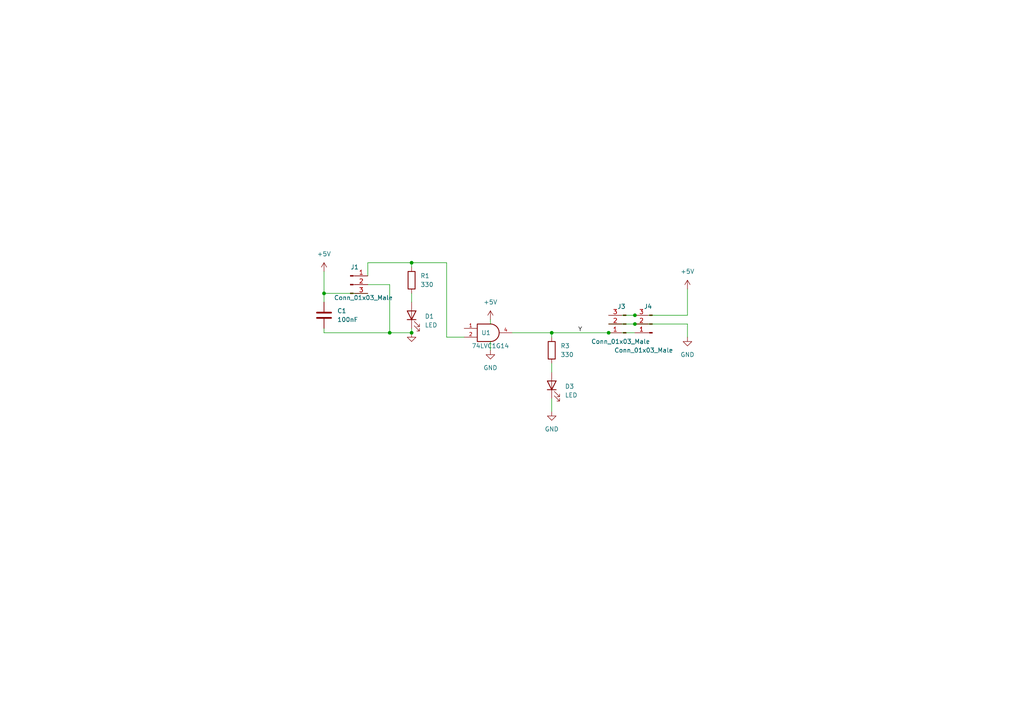
<source format=kicad_sch>
(kicad_sch (version 20231120) (generator "eeschema") (generator_version "8.0")
  (paper "A4")
  (lib_symbols
    (symbol "74xGxx:74LVC1G08" (pin_names (offset 1.016))
      (property "Reference" "U" (at -2.54 3.81 0))
      (property "Value" "74LVC1G08" (at 0 -3.81 0))
      (symbol "74LVC1G08_0_1"
        (arc (start 0 -2.54) (mid 2.529 0) (end 0 2.54) (stroke (width 0.254)))
        (polyline (pts (xy 0 -2.54) (xy -3.81 -2.54) (xy -3.81 2.54) (xy 0 2.54)) (stroke (width 0.254)))
      )
      (symbol "74LVC1G08_1_1"
        (pin input line (at -7.62 1.27 0) (length 3.81) (name "~") (number "1"))
        (pin input line (at -7.62 -1.27 0) (length 3.81) (name "~") (number "2"))
        (pin power_in line (at 0 -2.54 270) (length 0) hide (name "GND") (number "3"))
        (pin output line (at 6.35 0 180) (length 3.81) (name "~") (number "4"))
        (pin power_in line (at 0 2.54 90) (length 0) hide (name "VCC") (number "5"))
      )
    )
    (symbol "Connector:Conn_01x03_Male" (pin_names (offset 1.016) hide)
      (property "Reference" "J" (at 0 5.08 0))
      (property "Value" "Conn_01x03_Male" (at 0 -5.08 0))
      (symbol "Conn_01x03_Male_1_1"
        (polyline (pts (xy 1.27 -2.54) (xy 0.8636 -2.54)) (stroke (width 0.1524)))
        (polyline (pts (xy 1.27 0) (xy 0.8636 0)) (stroke (width 0.1524)))
        (polyline (pts (xy 1.27 2.54) (xy 0.8636 2.54)) (stroke (width 0.1524)))
        (rectangle (start 0.8636 -2.413) (end 0 -2.667) (stroke (width 0.1524)) (fill (type outline)))
        (rectangle (start 0.8636 0.127) (end 0 -0.127) (stroke (width 0.1524)) (fill (type outline)))
        (rectangle (start 0.8636 2.667) (end 0 2.413) (stroke (width 0.1524)) (fill (type outline)))
        (pin passive line (at 5.08 2.54 180) (length 3.81) (name "Pin_1") (number "1"))
        (pin passive line (at 5.08 0 180) (length 3.81) (name "Pin_2") (number "2"))
        (pin passive line (at 5.08 -2.54 180) (length 3.81) (name "Pin_3") (number "3"))
      )
    )
    (symbol "Device:C" (pin_numbers hide) (pin_names (offset 0.254))
      (property "Reference" "C" (at 0.635 2.54 0))
      (property "Value" "C" (at 0.635 -2.54 0))
      (symbol "C_0_1"
        (polyline (pts (xy -2.032 -0.762) (xy 2.032 -0.762)) (stroke (width 0.508)))
        (polyline (pts (xy -2.032 0.762) (xy 2.032 0.762)) (stroke (width 0.508)))
      )
      (symbol "C_1_1"
        (pin passive line (at 0 3.81 270) (length 2.794) (name "~") (number "1"))
        (pin passive line (at 0 -3.81 90) (length 2.794) (name "~") (number "2"))
      )
    )
    (symbol "Device:LED" (pin_numbers hide) (pin_names (offset 1.016) hide)
      (property "Reference" "D" (at 0 2.54 0))
      (property "Value" "LED" (at 0 -2.54 0))
      (symbol "LED_0_1"
        (polyline (pts (xy -1.27 -1.27) (xy -1.27 1.27)) (stroke (width 0.254)))
        (polyline (pts (xy -1.27 0) (xy 1.27 0)))
        (polyline (pts (xy 1.27 -1.27) (xy 1.27 1.27) (xy -1.27 0) (xy 1.27 -1.27)) (stroke (width 0.254)))
        (polyline (pts (xy -3.048 -0.762) (xy -4.572 -2.286) (xy -3.81 -2.286) (xy -4.572 -2.286) (xy -4.572 -1.524)))
        (polyline (pts (xy -1.778 -0.762) (xy -3.302 -2.286) (xy -2.54 -2.286) (xy -3.302 -2.286) (xy -3.302 -1.524)))
      )
      (symbol "LED_1_1"
        (pin passive line (at -3.81 0 0) (length 2.54) (name "K") (number "1"))
        (pin passive line (at 3.81 0 180) (length 2.54) (name "A") (number "2"))
      )
    )
    (symbol "Device:R" (pin_numbers hide) (pin_names (offset 0))
      (property "Reference" "R" (at 2.032 0 90))
      (property "Value" "R" (at 0 0 90))
      (symbol "R_0_1"
        (rectangle (start -1.016 -2.54) (end 1.016 2.54) (stroke (width 0.254)))
      )
      (symbol "R_1_1"
        (pin passive line (at 0 3.81 270) (length 1.27) (name "~") (number "1"))
        (pin passive line (at 0 -3.81 90) (length 1.27) (name "~") (number "2"))
      )
    )
    (symbol "power:+5V" (power) (pin_names (offset 0))
      (property "Value" "+5V" (at 0 3.556 0))
      (symbol "+5V_0_1"
        (polyline (pts (xy -0.762 1.27) (xy 0 2.54)))
        (polyline (pts (xy 0 0) (xy 0 2.54)))
        (polyline (pts (xy 0 2.54) (xy 0.762 1.27)))
      )
      (symbol "+5V_1_1"
        (pin power_in line (at 0 0 90) (length 0) hide (name "+5V") (number "1"))
      )
    )
    (symbol "power:GND" (power) (pin_names (offset 0))
      (property "Value" "GND" (at 0 -3.81 0))
      (symbol "GND_0_1"
        (polyline (pts (xy 0 0) (xy 0 -1.27) (xy 1.27 -1.27) (xy 0 -2.54) (xy -1.27 -1.27) (xy 0 -1.27)))
      )
      (symbol "GND_1_1"
        (pin power_in line (at 0 0 270) (length 0) hide (name "GND") (number "1"))
      )
    )
  )
  (junction (at 119.38 96.52))
  (junction (at 93.98 85.09))
  (junction (at 160.02 96.52))
  (junction (at 119.38 76.2))
  (junction (at 184.15 93.98))
  (junction (at 176.53 96.52))
  (junction (at 113.03 96.52))
  (junction (at 184.15 91.44))
  (wire (pts (xy 106.68 76.2) (xy 119.38 76.2)))
  (wire (pts (xy 93.98 85.09) (xy 93.98 87.63)))
  (wire (pts (xy 160.02 115.57) (xy 160.02 119.38)))
  (wire (pts (xy 184.15 91.44) (xy 199.39 91.44)))
  (wire (pts (xy 176.53 91.44) (xy 184.15 91.44)))
  (wire (pts (xy 148.59 96.52) (xy 160.02 96.52)))
  (wire (pts (xy 129.54 76.2) (xy 129.54 97.79)))
  (wire (pts (xy 113.03 82.55) (xy 113.03 96.52)))
  (wire (pts (xy 93.98 85.09) (xy 106.68 85.09)))
  (wire (pts (xy 160.02 105.41) (xy 160.02 107.95)))
  (wire (pts (xy 176.53 93.98) (xy 184.15 93.98)))
  (wire (pts (xy 113.03 96.52) (xy 119.38 96.52)))
  (wire (pts (xy 142.24 92.71) (xy 142.24 93.98)))
  (wire (pts (xy 199.39 83.82) (xy 199.39 91.44)))
  (wire (pts (xy 160.02 96.52) (xy 176.53 96.52)))
  (wire (pts (xy 184.15 93.98) (xy 199.39 93.98)))
  (wire (pts (xy 119.38 85.09) (xy 119.38 87.63)))
  (wire (pts (xy 199.39 93.98) (xy 199.39 97.79)))
  (wire (pts (xy 119.38 95.25) (xy 119.38 96.52)))
  (wire (pts (xy 93.98 95.25) (xy 93.98 96.52)))
  (wire (pts (xy 119.38 77.47) (xy 119.38 76.2)))
  (wire (pts (xy 93.98 96.52) (xy 113.03 96.52)))
  (wire (pts (xy 119.38 76.2) (xy 129.54 76.2)))
  (wire (pts (xy 93.98 78.74) (xy 93.98 85.09)))
  (wire (pts (xy 134.62 97.79) (xy 129.54 97.79)))
  (wire (pts (xy 176.53 96.52) (xy 184.15 96.52)))
  (wire (pts (xy 106.68 82.55) (xy 113.03 82.55)))
  (wire (pts (xy 106.68 76.2) (xy 106.68 80.01)))
  (wire (pts (xy 160.02 97.79) (xy 160.02 96.52)))
  (wire (pts (xy 142.24 99.06) (xy 142.24 101.6)))
  (label "Y" (at 167.64 96.52 0) (effects (font (size 1.2446 1.2446))))
  (symbol (lib_id "power:+5V") (at 199.39 83.82 0) (unit 1)
    (property "Reference" "#PWR0102" (effects (hide yes)))
    (property "Value" "+5V" (at 199.39 78.74 0))
  )
  (symbol (lib_id "power:GND") (at 119.38 96.52 0) (unit 1)
    (property "Reference" "#PWR0109" (effects (hide yes)))
    (property "Value" "GND" (effects (hide yes)))
  )
  (symbol (lib_id "Device:LED") (at 119.38 91.44 90) (unit 1)
    (property "Reference" "D1" (at 123.19 91.7574 90) (effects (justify right)))
    (property "Value" "LED" (at 123.19 94.2974 90) (effects (justify right)))
    (property "Footprint" "shurik-personal:LITE_ON_LTST_C230TBKT-LED_1206_3216Metric_ReverseMount" (effects (hide yes)))
    (property "LCSC" "C125109" (effects (hide yes)))
  )
  (symbol (lib_id "power:GND") (at 199.39 97.79 0) (unit 1)
    (property "Reference" "#PWR0105" (effects (hide yes)))
    (property "Value" "GND" (at 199.39 102.87 0))
  )
  (symbol (lib_id "Connector:Conn_01x03_Male") (at 189.23 93.98 180) (unit 1)
    (property "Reference" "J4" (at 187.96 88.9 0))
    (property "Value" "Conn_01x03_Male" (at 186.69 101.6 0))
    (property "Footprint" "Connector_Molex:Molex_PicoBlade_53261-0371_1x03-1MP_P1.25mm_Horizontal" (effects (hide yes)))
    (property "LCSC" "C22075" (effects (hide yes)))
  )
  (symbol (lib_id "Device:LED") (at 160.02 111.76 90) (unit 1)
    (property "Reference" "D3" (at 163.83 112.0774 90) (effects (justify right)))
    (property "Value" "LED" (at 163.83 114.6174 90) (effects (justify right)))
    (property "Footprint" "shurik-personal:LITE_ON_LTST_C230TBKT-LED_1206_3216Metric_ReverseMount" (effects (hide yes)))
    (property "LCSC" "C125109" (effects (hide yes)))
  )
  (symbol (lib_id "Device:R") (at 119.38 81.28 0) (unit 1)
    (property "Reference" "R1" (at 121.92 80.0099 0) (effects (justify left)))
    (property "Value" "330" (at 121.92 82.5499 0) (effects (justify left)))
    (property "Footprint" "Resistor_SMD:R_0603_1608Metric" (effects (hide yes)))
    (property "LCSC" "C23138" (effects (hide yes)))
  )
  (symbol (lib_id "power:GND") (at 160.02 119.38 0) (unit 1)
    (property "Reference" "#PWR0103" (effects (hide yes)))
    (property "Value" "GND" (at 160.02 124.46 0))
  )
  (symbol (lib_id "power:+5V") (at 93.98 78.74 0) (unit 1)
    (property "Reference" "#PWR0101" (effects (hide yes)))
    (property "Value" "+5V" (at 93.98 73.66 0))
  )
  (symbol (lib_id "Connector:Conn_01x03_Male") (at 101.6 82.55 0) (unit 1)
    (property "Reference" "J1" (at 102.87 77.47 0))
    (property "Value" "Conn_01x03_Male" (at 105.41 86.36 0))
    (property "Footprint" "Connector_Molex:Molex_PicoBlade_53261-0371_1x03-1MP_P1.25mm_Horizontal" (effects (hide yes)))
    (property "LCSC" "C22075" (effects (hide yes)))
  )
  (symbol (lib_id "Device:C") (at 93.98 91.44 0) (unit 1)
    (property "Reference" "C1" (at 97.79 90.1699 0) (effects (justify left)))
    (property "Value" "100nF" (at 97.79 92.7099 0) (effects (justify left)))
    (property "Footprint" "Capacitor_SMD:C_0603_1608Metric" (effects (hide yes)))
    (property "LCSC" "C14663" (effects (hide yes)))
  )
  (symbol (lib_id "power:+5V") (at 142.24 92.71 0) (unit 1)
    (property "Reference" "#PWR0107" (effects (hide yes)))
    (property "Value" "+5V" (at 142.24 87.63 0))
  )
  (symbol (lib_id "Connector:Conn_01x03_Male") (at 181.61 93.98 180) (unit 1)
    (property "Reference" "J3" (at 179.07 88.9 0) (effects (justify right)))
    (property "Value" "Conn_01x03_Male" (at 171.45 99.06 0) (effects (justify right)))
    (property "Footprint" "Connector_Molex:Molex_PicoBlade_53261-0371_1x03-1MP_P1.25mm_Horizontal" (effects (hide yes)))
    (property "LCSC" "C22075" (effects (hide yes)))
  )
  (symbol (lib_id "power:GND") (at 142.24 101.6 0) (unit 1)
    (property "Reference" "#PWR0106" (effects (hide yes)))
    (property "Value" "GND" (at 142.24 106.68 0))
  )
  (symbol (lib_id "Device:R") (at 160.02 101.6 0) (unit 1)
    (property "Reference" "R3" (at 162.56 100.3299 0) (effects (justify left)))
    (property "Value" "330" (at 162.56 102.8699 0) (effects (justify left)))
    (property "Footprint" "Resistor_SMD:R_0603_1608Metric" (effects (hide yes)))
    (property "LCSC" "C23138" (effects (hide yes)))
  )
  (symbol (lib_id "74xGxx:74LVC1G08") (at 142.24 96.52 0) (unit 1)
    (property "Reference" "U1" (at 140.97 96.52 0))
    (property "Value" "74LVC1G14" (at 142.24 100.33 0))
    (property "Footprint" "Package_TO_SOT_SMD:SOT-23-5" (effects (hide yes)))
    (property "Datasheet" "http://www.ti.com/lit/sg/scyt129e/scyt129e.pdf" (effects (hide yes)))
    (property "LCSC" "C7835" (effects (hide yes)))
  )
)
</source>
